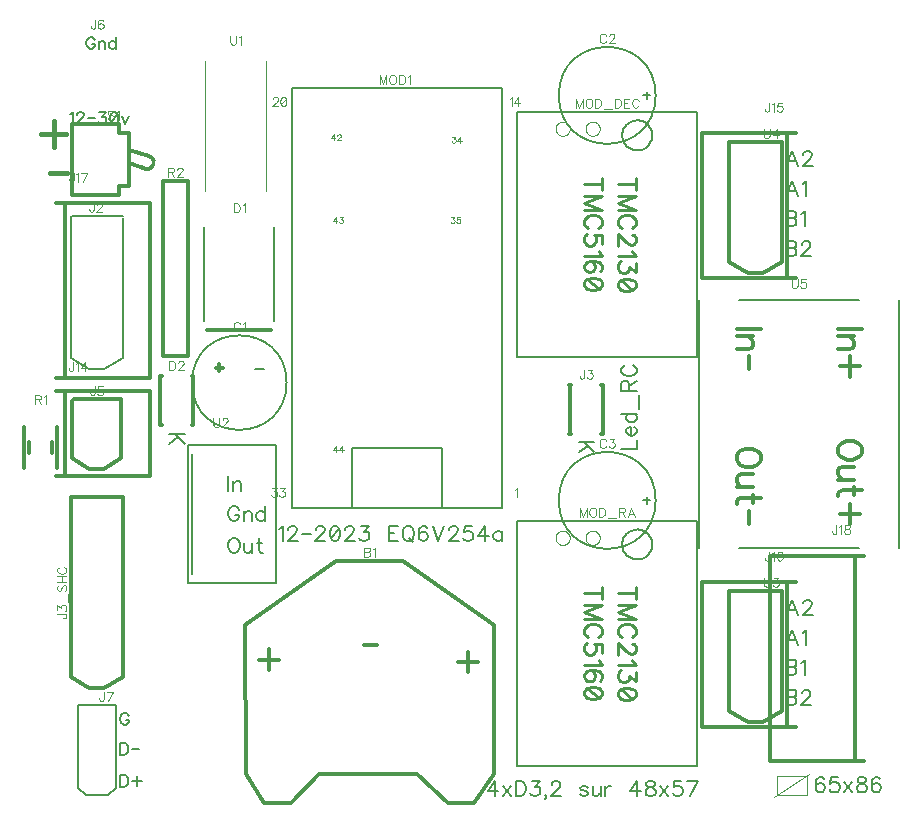
<source format=gbr>
%TF.GenerationSoftware,Novarm,DipTrace,3.3.1.3*%
%TF.CreationDate,2023-12-10T18:24:26+00:00*%
%FSLAX35Y35*%
%MOMM*%
%TF.FileFunction,Legend,Top*%
%TF.Part,Single*%
%ADD10C,0.3*%
%ADD12C,0.0762*%
%ADD24C,0.1*%
%ADD27C,0.2*%
%ADD30C,0.15*%
%ADD45C,0.127*%
%ADD101C,0.11765*%
%ADD102C,0.39216*%
%ADD103C,0.19608*%
%ADD104C,0.31373*%
%ADD105C,0.15686*%
%ADD108C,0.23529*%
G75*
G01*
%LPD*%
X3086057Y285700D2*
D10*
X3083768Y1547729D1*
X3847798Y2095502D1*
X4419620D1*
X5183878Y1547729D1*
Y285700D1*
X5022789Y47752D1*
X4800376D1*
X4533572Y288158D1*
X3705472D1*
X3467042Y47752D1*
X3244858D1*
X3086057Y285700D1*
X2860550Y3700587D2*
Y3760667D1*
X2830550Y3730667D2*
X2890550D1*
X2631750Y3603627D2*
D27*
G02X2631750Y3603627I400000J0D01*
G01*
X6479827Y6067111D2*
D30*
Y6003643D1*
X6511643Y6035377D2*
X6448175D1*
X5736497D2*
D27*
G02X5736497Y6035377I410000J0D01*
G01*
X6479827Y2638111D2*
D30*
Y2574643D1*
X6511643Y2606377D2*
X6448175D1*
X5736497D2*
D27*
G02X5736497Y2606377I410000J0D01*
G01*
X2730156Y4921200D2*
Y4127546D1*
X3326960Y4127352D2*
Y4921394D1*
X2761875Y4048103D2*
D10*
X3301625D1*
X2357125Y3656354D2*
X2373013D1*
X2626987D2*
X2642875D1*
X2626987Y3243681D2*
X2642875D1*
X2357125D2*
X2373013D1*
X2640875Y3649879D2*
Y3250097D1*
X2359125Y3649879D2*
Y3250097D1*
X2047887Y5000619D2*
D27*
Y3809942D1*
X1619267Y5016500D2*
X2047887D1*
X1603383D2*
Y3809942D1*
X1762217Y3714787D2*
X1888961D1*
X2047887Y3810072D2*
X1888961Y3714787D1*
X1603383Y3810072D2*
X1762217Y3714787D1*
X5826125Y3583354D2*
D10*
X5842013D1*
X6095987D2*
X6111875D1*
X6095987Y3170681D2*
X6111875D1*
X5826125D2*
X5842013D1*
X6109875Y3576879D2*
Y3177097D1*
X5828125Y3576879D2*
Y3177097D1*
X2031998Y3460748D2*
Y2984477D1*
X1619248Y3444890D2*
Y2968619D1*
X1762184Y2873412D2*
X1888980D1*
X1635139Y3460748D2*
X2016107D1*
X2031998Y2968619D2*
X1888980Y2873412D1*
X1619248Y2968619D2*
X1762184Y2873412D1*
X1984350Y873123D2*
D27*
Y174598D1*
X1666853Y873123D2*
X1984350D1*
X1666853D2*
Y174598D1*
X1730352Y111123D1*
X1920850D1*
X1984350Y174598D2*
X1920850Y111123D1*
X2272627Y3535046D2*
D10*
X1553634D1*
Y2813970D1*
X2272627D1*
Y3535046D1*
X1553634D2*
X1477588D1*
X1553634Y2813970D2*
X1477588D1*
X6953000Y4485980D2*
X7671992D1*
Y5714934D1*
X6953000D1*
Y4485980D1*
X7671992D2*
X7748038D1*
X7671992Y5714934D2*
X7748038D1*
X6953000Y685980D2*
X7671992D1*
Y1914934D1*
X6953000D1*
Y685980D1*
X7671992D2*
X7748038D1*
X7671992Y1914934D2*
X7748038D1*
X2272623Y5122570D2*
X1553631D1*
Y3639541D1*
X2272623D1*
Y5122570D1*
X1553631D2*
X1477585D1*
X1553631Y3639541D2*
X1477585D1*
X7522250Y401930D2*
X8241242D1*
Y2139086D1*
X7522250D1*
Y401930D1*
X8241242D2*
X8317288D1*
X8241242Y2139086D2*
X8317288D1*
X2047887Y2635250D2*
Y1111246D1*
X1603373Y2635250D2*
X2047887D1*
X1603373D2*
Y1111246D1*
X1762198Y1016037D2*
X1888973D1*
X2047887Y1111246D2*
X1888973Y1016037D1*
X1603373Y1111246D2*
X1762198Y1016037D1*
X5254726Y6096000D2*
D45*
X3476451D1*
Y2539841D1*
X3984470D1*
X4746707D1*
X5254726D1*
Y6096000D1*
X3984470Y2539841D2*
Y3048019D1*
X4746707D1*
Y2539841D1*
X6908497Y3824623D2*
D27*
X5384497D1*
Y5896623D1*
X6908497D1*
Y3824623D1*
X6273446Y5696675D2*
X6273755Y5705535D1*
X6274682Y5714352D1*
X6276222Y5723083D1*
X6278367Y5731685D1*
X6281106Y5740117D1*
X6284428Y5748336D1*
X6288314Y5756305D1*
X6292748Y5763982D1*
X6297706Y5771332D1*
X6303164Y5778318D1*
X6309097Y5784906D1*
X6315475Y5791065D1*
X6322267Y5796763D1*
X6329440Y5801974D1*
X6336959Y5806672D1*
X6344787Y5810834D1*
X6352887Y5814440D1*
X6361218Y5817472D1*
X6369741Y5819916D1*
X6378414Y5821759D1*
X6387193Y5822993D1*
X6396038Y5823612D1*
X6404904D1*
X6413749Y5822993D1*
X6422529Y5821759D1*
X6431201Y5819916D1*
X6439724Y5817472D1*
X6448056Y5814440D1*
X6456156Y5810834D1*
X6463984Y5806672D1*
X6471503Y5801974D1*
X6478676Y5796763D1*
X6485468Y5791065D1*
X6491846Y5784906D1*
X6497778Y5778318D1*
X6503237Y5771332D1*
X6508195Y5763982D1*
X6512628Y5756305D1*
X6516515Y5748336D1*
X6519836Y5740117D1*
X6522576Y5731685D1*
X6524721Y5723083D1*
X6526260Y5714352D1*
X6527187Y5705535D1*
X6527497Y5696675D1*
X6527187Y5687815D1*
X6526260Y5678998D1*
X6524721Y5670268D1*
X6522576Y5661666D1*
X6519836Y5653234D1*
X6516515Y5645014D1*
X6512628Y5637046D1*
X6508195Y5629368D1*
X6503237Y5622019D1*
X6497778Y5615033D1*
X6491846Y5608444D1*
X6485468Y5602286D1*
X6478676Y5596587D1*
X6471503Y5591376D1*
X6463984Y5586678D1*
X6456156Y5582516D1*
X6448056Y5578910D1*
X6439724Y5575878D1*
X6431201Y5573435D1*
X6422529Y5571591D1*
X6413749Y5570358D1*
X6404904Y5569739D1*
X6396038D1*
X6387193Y5570358D1*
X6378414Y5571591D1*
X6369741Y5573435D1*
X6361218Y5575878D1*
X6352887Y5578910D1*
X6344787Y5582516D1*
X6336959Y5586678D1*
X6329440Y5591376D1*
X6322267Y5596587D1*
X6315475Y5602286D1*
X6309097Y5608444D1*
X6303164Y5615033D1*
X6297706Y5622019D1*
X6292748Y5629368D1*
X6288314Y5637046D1*
X6284428Y5645014D1*
X6281106Y5653234D1*
X6278367Y5661666D1*
X6276222Y5670268D1*
X6274682Y5678998D1*
X6273755Y5687815D1*
X6273446Y5696675D1*
X5963007Y5753137D2*
D24*
X5963153Y5757322D1*
X5963591Y5761486D1*
X5964318Y5765609D1*
X5965330Y5769671D1*
X5966624Y5773653D1*
X5968192Y5777535D1*
X5970027Y5781298D1*
X5972120Y5784924D1*
X5974460Y5788395D1*
X5977037Y5791695D1*
X5979838Y5794806D1*
X5982849Y5797714D1*
X5986056Y5800406D1*
X5989442Y5802867D1*
X5992992Y5805085D1*
X5996688Y5807051D1*
X6000512Y5808754D1*
X6004445Y5810186D1*
X6008469Y5811340D1*
X6012563Y5812210D1*
X6016708Y5812793D1*
X6020884Y5813085D1*
X6025069D1*
X6029245Y5812793D1*
X6033390Y5812210D1*
X6037484Y5811340D1*
X6041508Y5810186D1*
X6045441Y5808754D1*
X6049265Y5807051D1*
X6052961Y5805085D1*
X6056511Y5802867D1*
X6059897Y5800406D1*
X6063104Y5797714D1*
X6066115Y5794806D1*
X6068916Y5791695D1*
X6071493Y5788395D1*
X6073833Y5784924D1*
X6075926Y5781298D1*
X6077761Y5777535D1*
X6079329Y5773653D1*
X6080623Y5769671D1*
X6081635Y5765609D1*
X6082362Y5761486D1*
X6082800Y5757322D1*
X6082946Y5753137D1*
X6082800Y5748953D1*
X6082362Y5744789D1*
X6081635Y5740666D1*
X6080623Y5736603D1*
X6079329Y5732621D1*
X6077761Y5728739D1*
X6075926Y5724976D1*
X6073833Y5721350D1*
X6071493Y5717879D1*
X6068916Y5714580D1*
X6066115Y5711469D1*
X6063104Y5708560D1*
X6059897Y5705869D1*
X6056511Y5703408D1*
X6052961Y5701189D1*
X6049265Y5699224D1*
X6045441Y5697521D1*
X6041508Y5696089D1*
X6037484Y5694935D1*
X6033390Y5694064D1*
X6029245Y5693482D1*
X6025069Y5693189D1*
X6020884D1*
X6016708Y5693482D1*
X6012563Y5694064D1*
X6008469Y5694935D1*
X6004445Y5696089D1*
X6000512Y5697521D1*
X5996688Y5699224D1*
X5992992Y5701189D1*
X5989442Y5703408D1*
X5986056Y5705869D1*
X5982849Y5708560D1*
X5979838Y5711469D1*
X5977037Y5714580D1*
X5974460Y5717879D1*
X5972120Y5721350D1*
X5970027Y5724976D1*
X5968192Y5728739D1*
X5966624Y5732621D1*
X5965330Y5736603D1*
X5964318Y5740666D1*
X5963591Y5744789D1*
X5963153Y5748953D1*
X5963007Y5753137D1*
X5708956D2*
X5709103Y5757322D1*
X5709541Y5761486D1*
X5710268Y5765609D1*
X5711282Y5769671D1*
X5712577Y5773653D1*
X5714147Y5777535D1*
X5715985Y5781298D1*
X5718080Y5784924D1*
X5720424Y5788395D1*
X5723004Y5791695D1*
X5725809Y5794806D1*
X5728824Y5797714D1*
X5732034Y5800406D1*
X5735425Y5802867D1*
X5738979Y5805085D1*
X5742680Y5807051D1*
X5746508Y5808754D1*
X5750447Y5810186D1*
X5754476Y5811340D1*
X5758575Y5812210D1*
X5762725Y5812793D1*
X5766906Y5813085D1*
X5771097D1*
X5775278Y5812793D1*
X5779429Y5812210D1*
X5783528Y5811340D1*
X5787557Y5810186D1*
X5791495Y5808754D1*
X5795324Y5807051D1*
X5799025Y5805085D1*
X5802579Y5802867D1*
X5805970Y5800406D1*
X5809180Y5797714D1*
X5812195Y5794806D1*
X5814999Y5791695D1*
X5817580Y5788395D1*
X5819923Y5784924D1*
X5822019Y5781298D1*
X5823856Y5777535D1*
X5825426Y5773653D1*
X5826721Y5769671D1*
X5827735Y5765609D1*
X5828463Y5761486D1*
X5828901Y5757322D1*
X5829047Y5753137D1*
X5828901Y5748953D1*
X5828463Y5744789D1*
X5827735Y5740666D1*
X5826721Y5736603D1*
X5825426Y5732621D1*
X5823856Y5728739D1*
X5822019Y5724976D1*
X5819923Y5721350D1*
X5817580Y5717879D1*
X5814999Y5714580D1*
X5812195Y5711469D1*
X5809180Y5708560D1*
X5805970Y5705869D1*
X5802579Y5703408D1*
X5799025Y5701189D1*
X5795324Y5699224D1*
X5791495Y5697521D1*
X5787557Y5696089D1*
X5783528Y5694935D1*
X5779429Y5694064D1*
X5775278Y5693482D1*
X5771097Y5693189D1*
X5766906D1*
X5762725Y5693482D1*
X5758575Y5694064D1*
X5754476Y5694935D1*
X5750447Y5696089D1*
X5746508Y5697521D1*
X5742680Y5699224D1*
X5738979Y5701189D1*
X5735425Y5703408D1*
X5732034Y5705869D1*
X5728824Y5708560D1*
X5725809Y5711469D1*
X5723004Y5714580D1*
X5720424Y5717879D1*
X5718080Y5721350D1*
X5715985Y5724976D1*
X5714147Y5728739D1*
X5712577Y5732621D1*
X5711282Y5736603D1*
X5710268Y5740666D1*
X5709541Y5744789D1*
X5709103Y5748953D1*
X5708956Y5753137D1*
X6908500Y361000D2*
D27*
X5384500D1*
Y2433000D1*
X6908500D1*
Y361000D1*
X6273449Y2233052D2*
X6273759Y2241912D1*
X6274685Y2250729D1*
X6276225Y2259460D1*
X6278370Y2268062D1*
X6281110Y2276493D1*
X6284431Y2284713D1*
X6288318Y2292681D1*
X6292751Y2300359D1*
X6297709Y2307709D1*
X6303167Y2314695D1*
X6309100Y2321283D1*
X6315478Y2327441D1*
X6322270Y2333140D1*
X6329443Y2338351D1*
X6336962Y2343049D1*
X6344790Y2347211D1*
X6352890Y2350817D1*
X6361222Y2353849D1*
X6369744Y2356293D1*
X6378417Y2358136D1*
X6387197Y2359370D1*
X6396041Y2359988D1*
X6404908D1*
X6413752Y2359370D1*
X6422532Y2358136D1*
X6431205Y2356293D1*
X6439728Y2353849D1*
X6448059Y2350817D1*
X6456159Y2347211D1*
X6463987Y2343049D1*
X6471506Y2338351D1*
X6478679Y2333140D1*
X6485471Y2327441D1*
X6491849Y2321283D1*
X6497782Y2314695D1*
X6503240Y2307709D1*
X6508198Y2300359D1*
X6512631Y2292681D1*
X6516518Y2284713D1*
X6519839Y2276493D1*
X6522579Y2268062D1*
X6524724Y2259460D1*
X6526264Y2250729D1*
X6527191Y2241912D1*
X6527500Y2233052D1*
X6527191Y2224192D1*
X6526264Y2215375D1*
X6524724Y2206644D1*
X6522579Y2198042D1*
X6519839Y2189611D1*
X6516518Y2181391D1*
X6512631Y2173423D1*
X6508198Y2165745D1*
X6503240Y2158395D1*
X6497782Y2151409D1*
X6491849Y2144821D1*
X6485471Y2138663D1*
X6478679Y2132964D1*
X6471506Y2127753D1*
X6463987Y2123055D1*
X6456159Y2118893D1*
X6448059Y2115287D1*
X6439728Y2112255D1*
X6431205Y2109811D1*
X6422532Y2107968D1*
X6413752Y2106734D1*
X6404908Y2106116D1*
X6396041D1*
X6387197Y2106734D1*
X6378417Y2107968D1*
X6369744Y2109811D1*
X6361222Y2112255D1*
X6352890Y2115287D1*
X6344790Y2118893D1*
X6336962Y2123055D1*
X6329443Y2127753D1*
X6322270Y2132964D1*
X6315478Y2138663D1*
X6309100Y2144821D1*
X6303167Y2151409D1*
X6297709Y2158395D1*
X6292751Y2165745D1*
X6288318Y2173423D1*
X6284431Y2181391D1*
X6281110Y2189611D1*
X6278370Y2198042D1*
X6276225Y2206644D1*
X6274685Y2215375D1*
X6273759Y2224192D1*
X6273449Y2233052D1*
X5963010Y2289514D2*
D24*
X5963156Y2293698D1*
X5963594Y2297862D1*
X5964321Y2301985D1*
X5965334Y2306048D1*
X5966627Y2310030D1*
X5968195Y2313912D1*
X5970030Y2317675D1*
X5972123Y2321301D1*
X5974464Y2324772D1*
X5977041Y2328071D1*
X5979841Y2331183D1*
X5982852Y2334091D1*
X5986059Y2336782D1*
X5989445Y2339243D1*
X5992995Y2341462D1*
X5996691Y2343428D1*
X6000515Y2345131D1*
X6004448Y2346563D1*
X6008472Y2347717D1*
X6012566Y2348587D1*
X6016711Y2349170D1*
X6020887Y2349462D1*
X6025073D1*
X6029248Y2349170D1*
X6033393Y2348587D1*
X6037488Y2347717D1*
X6041511Y2346563D1*
X6045445Y2345131D1*
X6049269Y2343428D1*
X6052964Y2341462D1*
X6056514Y2339243D1*
X6059901Y2336782D1*
X6063107Y2334091D1*
X6066118Y2331183D1*
X6068919Y2328071D1*
X6071496Y2324772D1*
X6073837Y2321301D1*
X6075930Y2317675D1*
X6077765Y2313912D1*
X6079333Y2310030D1*
X6080626Y2306048D1*
X6081639Y2301985D1*
X6082366Y2297862D1*
X6082803Y2293698D1*
X6082949Y2289514D1*
X6082803Y2285330D1*
X6082366Y2281166D1*
X6081639Y2277043D1*
X6080626Y2272980D1*
X6079333Y2268998D1*
X6077765Y2265116D1*
X6075930Y2261353D1*
X6073837Y2257727D1*
X6071496Y2254256D1*
X6068919Y2250957D1*
X6066118Y2247845D1*
X6063107Y2244937D1*
X6059901Y2242246D1*
X6056514Y2239785D1*
X6052964Y2237566D1*
X6049269Y2235600D1*
X6045445Y2233897D1*
X6041511Y2232465D1*
X6037488Y2231311D1*
X6033393Y2230441D1*
X6029248Y2229858D1*
X6025073Y2229566D1*
X6020887D1*
X6016711Y2229858D1*
X6012566Y2230441D1*
X6008472Y2231311D1*
X6004448Y2232465D1*
X6000515Y2233897D1*
X5996691Y2235600D1*
X5992995Y2237566D1*
X5989445Y2239785D1*
X5986059Y2242246D1*
X5982852Y2244937D1*
X5979841Y2247845D1*
X5977041Y2250957D1*
X5974464Y2254256D1*
X5972123Y2257727D1*
X5970030Y2261353D1*
X5968195Y2265116D1*
X5966627Y2268998D1*
X5965334Y2272980D1*
X5964321Y2277043D1*
X5963594Y2281166D1*
X5963156Y2285330D1*
X5963010Y2289514D1*
X5708960D2*
X5709106Y2293698D1*
X5709544Y2297862D1*
X5710272Y2301985D1*
X5711286Y2306048D1*
X5712581Y2310030D1*
X5714151Y2313912D1*
X5715988Y2317675D1*
X5718084Y2321301D1*
X5720427Y2324772D1*
X5723008Y2328071D1*
X5725812Y2331183D1*
X5728827Y2334091D1*
X5732037Y2336782D1*
X5735428Y2339243D1*
X5738982Y2341462D1*
X5742683Y2343428D1*
X5746512Y2345131D1*
X5750450Y2346563D1*
X5754479Y2347717D1*
X5758578Y2348587D1*
X5762729Y2349170D1*
X5766910Y2349462D1*
X5771101D1*
X5775282Y2349170D1*
X5779432Y2348587D1*
X5783532Y2347717D1*
X5787560Y2346563D1*
X5791499Y2345131D1*
X5795327Y2343428D1*
X5799028Y2341462D1*
X5802582Y2339243D1*
X5805973Y2336782D1*
X5809184Y2334091D1*
X5812198Y2331183D1*
X5815003Y2328071D1*
X5817583Y2324772D1*
X5819927Y2321301D1*
X5822022Y2317675D1*
X5823860Y2313912D1*
X5825430Y2310030D1*
X5826725Y2306048D1*
X5827739Y2301985D1*
X5828466Y2297862D1*
X5828905Y2293698D1*
X5829051Y2289514D1*
X5828905Y2285330D1*
X5828466Y2281166D1*
X5827739Y2277043D1*
X5826725Y2272980D1*
X5825430Y2268998D1*
X5823860Y2265116D1*
X5822022Y2261353D1*
X5819927Y2257727D1*
X5817583Y2254256D1*
X5815003Y2250957D1*
X5812198Y2247845D1*
X5809184Y2244937D1*
X5805973Y2242246D1*
X5802582Y2239785D1*
X5799028Y2237566D1*
X5795327Y2235600D1*
X5791499Y2233897D1*
X5787560Y2232465D1*
X5783532Y2231311D1*
X5779432Y2230441D1*
X5775282Y2229858D1*
X5771101Y2229566D1*
X5766910D1*
X5762729Y2229858D1*
X5758578Y2230441D1*
X5754479Y2231311D1*
X5750450Y2232465D1*
X5746512Y2233897D1*
X5742683Y2235600D1*
X5738982Y2237566D1*
X5735428Y2239785D1*
X5732037Y2242246D1*
X5728827Y2244937D1*
X5725812Y2247845D1*
X5723008Y2250957D1*
X5720427Y2254256D1*
X5718084Y2257727D1*
X5715988Y2261353D1*
X5714151Y2265116D1*
X5712581Y2268998D1*
X5711286Y2272980D1*
X5710272Y2277043D1*
X5709544Y2281166D1*
X5709106Y2285330D1*
X5708960Y2289514D1*
X1206502Y2880510D2*
D10*
Y3229744D1*
X1492252Y2880510D2*
Y3229744D1*
X1254136Y3007516D2*
Y3102737D1*
X1444617Y3007516D2*
Y3102737D1*
X2597373Y5312000D2*
X2387373D1*
Y3832000D1*
X2597373D1*
Y5312000D1*
X1619296Y5191098D2*
Y5794375D1*
X2000486D1*
X2016375Y5730850D2*
Y5794375D1*
Y5270490D2*
X2016168Y5191098D1*
X2016375D2*
X1619296D1*
X2016375Y5270490D2*
X2095887D1*
Y5714984D1*
X2016375Y5714923D1*
X2095955Y5461004D2*
X2238816Y5413345D1*
X2095474Y5572128D2*
X2270593Y5524469D1*
X2238816D2*
G02X2207038Y5429272I10768J-56497D01*
G01*
X2740373Y6329800D2*
D24*
Y5229740D1*
X3260373D2*
Y6329800D1*
X2594021Y3077437D2*
D27*
X3344000D1*
Y1907317D1*
X2594021D1*
Y3077437D1*
X2635243Y1984317D2*
Y3000437D1*
X7622258Y1839750D2*
D10*
Y823768D1*
X7177755Y1839750D2*
Y823768D1*
X7336588Y728537D2*
X7463353D1*
X7177755Y1839750D2*
X7622258D1*
Y823768D2*
X7463353Y728537D1*
X7177755Y823768D2*
X7336588Y728537D1*
X7622258Y5639750D2*
Y4623768D1*
X7177755Y5639750D2*
Y4623768D1*
X7336588Y4528537D2*
X7463353D1*
X7177755Y5639750D2*
X7622258D1*
Y4623768D2*
X7463353Y4528537D1*
X7177755Y4623768D2*
X7336588Y4528537D1*
X8620000Y4299888D2*
D27*
Y2200112D1*
X6920000Y4299888D2*
Y2200112D1*
X8277960Y4299888D2*
X7262040D1*
X8277960Y2200112D2*
X7262040D1*
X7588250Y269877D2*
D24*
X7842253D1*
Y111127D1*
X7588250D1*
Y269877D1*
X7556500Y95250D2*
X7858123Y285750D1*
X4087398Y2207094D2*
D101*
Y2130528D1*
X4120248D1*
X4131198Y2134234D1*
X4134820Y2137856D1*
X4138442Y2145100D1*
Y2156050D1*
X4134820Y2163378D1*
X4131198Y2167000D1*
X4120248Y2170622D1*
X4131198Y2174328D1*
X4134820Y2177950D1*
X4138442Y2185194D1*
Y2192522D1*
X4134820Y2199766D1*
X4131198Y2203472D1*
X4120248Y2207094D1*
X4087398D1*
Y2170622D2*
X4120248D1*
X4161971Y2192437D2*
X4169299Y2196144D1*
X4180249Y2207009D1*
Y2130528D1*
X3038179Y4097025D2*
X3034557Y4104269D1*
X3027229Y4111597D1*
X3019985Y4115219D1*
X3005413D1*
X2998085Y4111597D1*
X2990841Y4104269D1*
X2987135Y4097025D1*
X2983513Y4086075D1*
Y4067797D1*
X2987135Y4056931D1*
X2990841Y4049603D1*
X2998085Y4042359D1*
X3005413Y4038653D1*
X3019985D1*
X3027229Y4042359D1*
X3034557Y4049603D1*
X3038179Y4056931D1*
X3061709Y4100562D2*
X3069037Y4104269D1*
X3079987Y4115134D1*
Y4038653D1*
X6136543Y6538775D2*
X6132921Y6546019D1*
X6125593Y6553347D1*
X6118349Y6556969D1*
X6103777D1*
X6096449Y6553347D1*
X6089205Y6546019D1*
X6085499Y6538775D1*
X6081877Y6527825D1*
Y6509547D1*
X6085499Y6498681D1*
X6089205Y6491353D1*
X6096449Y6484109D1*
X6103777Y6480403D1*
X6118349D1*
X6125593Y6484109D1*
X6132921Y6491353D1*
X6136543Y6498681D1*
X6163778Y6538691D2*
Y6542312D1*
X6167400Y6549641D1*
X6171022Y6553262D1*
X6178350Y6556884D1*
X6192922D1*
X6200166Y6553262D1*
X6203788Y6549641D1*
X6207494Y6542312D1*
Y6535069D1*
X6203788Y6527741D1*
X6196544Y6516875D1*
X6160072Y6480403D1*
X6211116D1*
X6136543Y3109775D2*
X6132921Y3117019D1*
X6125593Y3124347D1*
X6118349Y3127969D1*
X6103777D1*
X6096449Y3124347D1*
X6089205Y3117019D1*
X6085499Y3109775D1*
X6081877Y3098825D1*
Y3080547D1*
X6085499Y3069681D1*
X6089205Y3062353D1*
X6096449Y3055109D1*
X6103777Y3051403D1*
X6118349D1*
X6125593Y3055109D1*
X6132921Y3062353D1*
X6136543Y3069681D1*
X6167400Y3127884D2*
X6207410D1*
X6185594Y3098741D1*
X6196544D1*
X6203788Y3095119D1*
X6207410Y3091497D1*
X6211116Y3080547D1*
Y3073303D1*
X6207410Y3062353D1*
X6200166Y3055025D1*
X6189216Y3051403D1*
X6178266D1*
X6167400Y3055025D1*
X6163778Y3058731D1*
X6160072Y3065975D1*
X2985324Y5120965D2*
Y5044400D1*
X3010846D1*
X3021796Y5048106D1*
X3029124Y5055350D1*
X3032746Y5062678D1*
X3036368Y5073543D1*
Y5091821D1*
X3032746Y5102771D1*
X3029124Y5110015D1*
X3021796Y5117343D1*
X3010846Y5120965D1*
X2985324D1*
X3059898Y5106309D2*
X3067226Y5110015D1*
X3078176Y5120881D1*
Y5044400D1*
X2437191Y3786592D2*
Y3710026D1*
X2462713D1*
X2473663Y3713732D1*
X2480991Y3720976D1*
X2484613Y3728304D1*
X2488235Y3739170D1*
Y3757448D1*
X2484613Y3768398D1*
X2480991Y3775642D1*
X2473663Y3782970D1*
X2462713Y3786592D1*
X2437191D1*
X2515471Y3768314D2*
Y3771936D1*
X2519093Y3779264D1*
X2522715Y3782886D1*
X2530043Y3786508D1*
X2544615D1*
X2551859Y3782886D1*
X2555480Y3779264D1*
X2559187Y3771936D1*
Y3764692D1*
X2555480Y3757364D1*
X2548237Y3746498D1*
X2511765Y3710026D1*
X2562809D1*
X1798643Y5128092D2*
Y5069804D1*
X1795021Y5058854D1*
X1791315Y5055232D1*
X1784071Y5051526D1*
X1776743D1*
X1769499Y5055232D1*
X1765877Y5058854D1*
X1762171Y5069804D1*
Y5077048D1*
X1825878Y5109814D2*
Y5113436D1*
X1829500Y5120764D1*
X1833122Y5124386D1*
X1840450Y5128008D1*
X1855022D1*
X1862266Y5124386D1*
X1865888Y5120764D1*
X1869594Y5113436D1*
Y5106192D1*
X1865888Y5098864D1*
X1858644Y5087998D1*
X1822172Y5051526D1*
X1873216D1*
X5949949Y3713592D2*
Y3655304D1*
X5946327Y3644354D1*
X5942621Y3640732D1*
X5935377Y3637026D1*
X5928049D1*
X5920805Y3640732D1*
X5917184Y3644354D1*
X5913477Y3655304D1*
Y3662548D1*
X5980807Y3713508D2*
X6020816D1*
X5999001Y3684364D1*
X6009951D1*
X6017195Y3680742D1*
X6020816Y3677120D1*
X6024523Y3666170D1*
Y3658926D1*
X6020816Y3647976D1*
X6013573Y3640648D1*
X6002623Y3637026D1*
X5991673D1*
X5980807Y3640648D1*
X5977185Y3644354D1*
X5973479Y3651598D1*
X1806573Y3572340D2*
Y3514053D1*
X1802951Y3503103D1*
X1799245Y3499481D1*
X1792001Y3495775D1*
X1784673D1*
X1777429Y3499481D1*
X1773807Y3503103D1*
X1770101Y3514053D1*
Y3521296D1*
X1873818Y3572256D2*
X1837430D1*
X1833808Y3539490D1*
X1837430Y3543112D1*
X1848380Y3546818D1*
X1859246D1*
X1870196Y3543112D1*
X1877524Y3535868D1*
X1881146Y3524918D1*
Y3517675D1*
X1877524Y3506725D1*
X1870196Y3499396D1*
X1859246Y3495775D1*
X1848380D1*
X1837430Y3499396D1*
X1833808Y3503103D1*
X1830102Y3510346D1*
X1812239Y6675670D2*
Y6617383D1*
X1808617Y6606433D1*
X1804911Y6602811D1*
X1797667Y6599105D1*
X1790339D1*
X1783095Y6602811D1*
X1779473Y6606433D1*
X1775767Y6617383D1*
Y6624626D1*
X1879484Y6664720D2*
X1875862Y6671964D1*
X1864912Y6675586D1*
X1857668D1*
X1846718Y6671964D1*
X1839390Y6661014D1*
X1835768Y6642820D1*
Y6624626D1*
X1839390Y6610055D1*
X1846718Y6602726D1*
X1857668Y6599105D1*
X1861290D1*
X1872156Y6602726D1*
X1879484Y6610055D1*
X1883106Y6621005D1*
Y6624626D1*
X1879484Y6635576D1*
X1872156Y6642820D1*
X1861290Y6646442D1*
X1857668D1*
X1846718Y6642820D1*
X1839390Y6635576D1*
X1835768Y6624626D1*
X1884063Y984715D2*
Y926428D1*
X1880441Y915478D1*
X1876735Y911856D1*
X1869491Y908150D1*
X1862163D1*
X1854919Y911856D1*
X1851297Y915478D1*
X1847591Y926428D1*
Y933671D1*
X1922164Y908150D2*
X1958636Y984631D1*
X1907592D1*
X1626361Y3778592D2*
Y3720304D1*
X1622739Y3709354D1*
X1619033Y3705732D1*
X1611789Y3702026D1*
X1604461D1*
X1597217Y3705732D1*
X1593596Y3709354D1*
X1589889Y3720304D1*
Y3727548D1*
X1649891Y3763936D2*
X1657219Y3767642D1*
X1668169Y3778508D1*
Y3702026D1*
X1728170D2*
Y3778508D1*
X1691698Y3727548D1*
X1746364D1*
X7517546Y5973592D2*
Y5915304D1*
X7513924Y5904354D1*
X7510218Y5900732D1*
X7502974Y5897026D1*
X7495646D1*
X7488402Y5900732D1*
X7484780Y5904354D1*
X7481074Y5915304D1*
Y5922548D1*
X7541075Y5958936D2*
X7548403Y5962642D1*
X7559353Y5973508D1*
Y5897026D1*
X7626598Y5973508D2*
X7590211D1*
X7586589Y5940742D1*
X7590211Y5944364D1*
X7601161Y5948070D1*
X7612026D1*
X7622976Y5944364D1*
X7630304Y5937120D1*
X7633926Y5926170D1*
Y5918926D1*
X7630304Y5907976D1*
X7622976Y5900648D1*
X7612026Y5897026D1*
X7601161D1*
X7590211Y5900648D1*
X7586589Y5904354D1*
X7582882Y5911598D1*
X7519399Y2173592D2*
Y2115304D1*
X7515777Y2104354D1*
X7512071Y2100732D1*
X7504827Y2097026D1*
X7497499D1*
X7490255Y2100732D1*
X7486633Y2104354D1*
X7482927Y2115304D1*
Y2122548D1*
X7542928Y2158936D2*
X7550256Y2162642D1*
X7561206Y2173508D1*
Y2097026D1*
X7628451Y2162642D2*
X7624829Y2169886D1*
X7613879Y2173508D1*
X7606636D1*
X7595686Y2169886D1*
X7588357Y2158936D1*
X7584736Y2140742D1*
Y2122548D1*
X7588357Y2107976D1*
X7595686Y2100648D1*
X7606636Y2097026D1*
X7610257D1*
X7621123Y2100648D1*
X7628451Y2107976D1*
X7632073Y2118926D1*
Y2122548D1*
X7628451Y2133498D1*
X7621123Y2140742D1*
X7610257Y2144364D1*
X7606636D1*
X7595686Y2140742D1*
X7588357Y2133498D1*
X7584736Y2122548D1*
X1628169Y5382092D2*
Y5323804D1*
X1624547Y5312854D1*
X1620841Y5309232D1*
X1613597Y5305526D1*
X1606269D1*
X1599025Y5309232D1*
X1595403Y5312854D1*
X1591697Y5323804D1*
Y5331048D1*
X1651698Y5367436D2*
X1659026Y5371142D1*
X1669976Y5382008D1*
Y5305526D1*
X1708078D2*
X1744550Y5382008D1*
X1693506D1*
X8086838Y2397592D2*
Y2339304D1*
X8083216Y2328354D1*
X8079510Y2324732D1*
X8072266Y2321026D1*
X8064938D1*
X8057694Y2324732D1*
X8054072Y2328354D1*
X8050366Y2339304D1*
Y2346548D1*
X8110367Y2382936D2*
X8117695Y2386642D1*
X8128645Y2397508D1*
Y2321026D1*
X8170368Y2397508D2*
X8159503Y2393886D1*
X8155797Y2386642D1*
Y2379314D1*
X8159503Y2372070D1*
X8166747Y2368364D1*
X8181318Y2364742D1*
X8192268Y2361120D1*
X8199512Y2353792D1*
X8203134Y2346548D1*
Y2335598D1*
X8199512Y2328354D1*
X8195890Y2324648D1*
X8184940Y2321026D1*
X8170368D1*
X8159503Y2324648D1*
X8155797Y2328354D1*
X8152175Y2335598D1*
Y2346548D1*
X8155797Y2353792D1*
X8163125Y2361120D1*
X8173990Y2364742D1*
X8188562Y2368364D1*
X8195890Y2372070D1*
X8199512Y2379314D1*
Y2386642D1*
X8195890Y2393886D1*
X8184940Y2397508D1*
X8170368D1*
X1491781Y1646539D2*
X1550069Y1646538D1*
X1561019Y1642917D1*
X1564641Y1639210D1*
X1568347Y1631967D1*
Y1624639D1*
X1564641Y1617395D1*
X1561019Y1613773D1*
X1550069Y1610067D1*
X1542825D1*
X1491866Y1677396D2*
Y1717406D1*
X1521010Y1695590D1*
Y1706540D1*
X1524632Y1713784D1*
X1528253Y1717405D1*
X1539203Y1721112D1*
X1546447D1*
X1557397Y1717405D1*
X1564725Y1710162D1*
X1568347Y1699212D1*
Y1688262D1*
X1564725Y1677396D1*
X1561019Y1673774D1*
X1553775Y1670068D1*
X1580982Y1744641D2*
Y1813879D1*
X1502731Y1888452D2*
X1495403Y1881208D1*
X1491781Y1870258D1*
Y1855686D1*
X1495403Y1844736D1*
X1502731Y1837408D1*
X1509975D1*
X1517303Y1841114D1*
X1520925Y1844736D1*
X1524547Y1851980D1*
X1531875Y1873880D1*
X1535497Y1881208D1*
X1539203Y1884830D1*
X1546447Y1888452D1*
X1557397D1*
X1564641Y1881208D1*
X1568347Y1870258D1*
Y1855686D1*
X1564641Y1844736D1*
X1557397Y1837408D1*
X1491781Y1911981D2*
X1568347D1*
X1491781Y1963025D2*
X1568347D1*
X1528253Y1911981D2*
Y1963025D1*
X1509975Y2041220D2*
X1502731Y2037598D1*
X1495403Y2030270D1*
X1491781Y2023026D1*
Y2008455D1*
X1495403Y2001126D1*
X1502731Y1993883D1*
X1509975Y1990176D1*
X1520925Y1986555D1*
X1539203D1*
X1550069Y1990176D1*
X1557397Y1993883D1*
X1564641Y2001126D1*
X1568347Y2008455D1*
Y2023026D1*
X1564641Y2030270D1*
X1557397Y2037598D1*
X1550069Y2041220D1*
X4277685Y6131026D2*
Y6207592D1*
X4248541Y6131026D1*
X4219397Y6207592D1*
Y6131026D1*
X4323114Y6207592D2*
X4315786Y6203970D1*
X4308542Y6196642D1*
X4304836Y6189398D1*
X4301214Y6178448D1*
Y6160170D1*
X4304836Y6149304D1*
X4308542Y6141976D1*
X4315786Y6134732D1*
X4323114Y6131026D1*
X4337686D1*
X4344930Y6134732D1*
X4352258Y6141976D1*
X4355880Y6149304D1*
X4359502Y6160170D1*
Y6178448D1*
X4355880Y6189398D1*
X4352258Y6196642D1*
X4344930Y6203970D1*
X4337686Y6207592D1*
X4323114D1*
X4383031D2*
Y6131026D1*
X4408553D1*
X4419503Y6134732D1*
X4426831Y6141976D1*
X4430453Y6149304D1*
X4434075Y6160170D1*
Y6178448D1*
X4430453Y6189398D1*
X4426831Y6196642D1*
X4419503Y6203970D1*
X4408553Y6207592D1*
X4383031D1*
X4457605Y6192936D2*
X4464933Y6196642D1*
X4475883Y6207508D1*
Y6131026D1*
X5939244Y5931650D2*
Y6008215D1*
X5910100Y5931650D1*
X5880956Y6008215D1*
Y5931650D1*
X5984673Y6008215D2*
X5977345Y6004593D1*
X5970101Y5997265D1*
X5966395Y5990021D1*
X5962773Y5979071D1*
Y5960793D1*
X5966395Y5949928D1*
X5970101Y5942600D1*
X5977345Y5935356D1*
X5984673Y5931650D1*
X5999245D1*
X6006489Y5935356D1*
X6013817Y5942600D1*
X6017439Y5949928D1*
X6021061Y5960793D1*
Y5979071D1*
X6017439Y5990021D1*
X6013817Y5997265D1*
X6006489Y6004593D1*
X5999245Y6008215D1*
X5984673D1*
X6044591D2*
Y5931650D1*
X6070112D1*
X6081062Y5935356D1*
X6088391Y5942600D1*
X6092012Y5949928D1*
X6095634Y5960793D1*
Y5979071D1*
X6092012Y5990021D1*
X6088391Y5997265D1*
X6081062Y6004593D1*
X6070112Y6008215D1*
X6044591D1*
X6119164Y5919015D2*
X6188401D1*
X6211931Y6008215D2*
Y5931650D1*
X6237453D1*
X6248403Y5935356D1*
X6255731Y5942600D1*
X6259353Y5949928D1*
X6262975Y5960793D1*
Y5979071D1*
X6259353Y5990021D1*
X6255731Y5997265D1*
X6248403Y6004593D1*
X6237453Y6008215D1*
X6211931D1*
X6333842D2*
X6286504D1*
Y5931650D1*
X6333842D1*
X6286504Y5971743D2*
X6315648D1*
X6412037Y5990021D2*
X6408415Y5997265D1*
X6401087Y6004593D1*
X6393843Y6008215D1*
X6379271D1*
X6371943Y6004593D1*
X6364699Y5997265D1*
X6360993Y5990021D1*
X6357371Y5979071D1*
Y5960793D1*
X6360993Y5949928D1*
X6364699Y5942600D1*
X6371943Y5935356D1*
X6379271Y5931650D1*
X6393843D1*
X6401087Y5935356D1*
X6408415Y5942600D1*
X6412037Y5949928D1*
X5972828Y2468026D2*
Y2544592D1*
X5943684Y2468026D1*
X5914540Y2544592D1*
Y2468026D1*
X6018257Y2544592D2*
X6010929Y2540970D1*
X6003685Y2533642D1*
X5999979Y2526398D1*
X5996357Y2515448D1*
Y2497170D1*
X5999979Y2486304D1*
X6003685Y2478976D1*
X6010929Y2471732D1*
X6018257Y2468026D1*
X6032829D1*
X6040073Y2471732D1*
X6047401Y2478976D1*
X6051023Y2486304D1*
X6054645Y2497170D1*
Y2515448D1*
X6051023Y2526398D1*
X6047401Y2533642D1*
X6040073Y2540970D1*
X6032829Y2544592D1*
X6018257D1*
X6078174D2*
Y2468026D1*
X6103696D1*
X6114646Y2471732D1*
X6121974Y2478976D1*
X6125596Y2486304D1*
X6129218Y2497170D1*
Y2515448D1*
X6125596Y2526398D1*
X6121974Y2533642D1*
X6114646Y2540970D1*
X6103696Y2544592D1*
X6078174D1*
X6152748Y2455392D2*
X6221985D1*
X6245515Y2508120D2*
X6278280D1*
X6289230Y2511826D1*
X6292937Y2515448D1*
X6296559Y2522692D1*
Y2530020D1*
X6292937Y2537264D1*
X6289230Y2540970D1*
X6278280Y2544592D1*
X6245515D1*
Y2468026D1*
X6271037Y2508120D2*
X6296559Y2468026D1*
X6378460D2*
X6349232Y2544592D1*
X6320088Y2468026D1*
X6331038Y2493548D2*
X6367510D1*
X1302951Y3461337D2*
X1335717D1*
X1346667Y3465043D1*
X1350373Y3468665D1*
X1353995Y3475909D1*
Y3483237D1*
X1350373Y3490481D1*
X1346667Y3494187D1*
X1335717Y3497809D1*
X1302951D1*
Y3421243D1*
X1328473Y3461337D2*
X1353995Y3421243D1*
X1377524Y3483152D2*
X1384852Y3486859D1*
X1395802Y3497724D1*
Y3421243D1*
X2429565Y5387120D2*
X2462331D1*
X2473281Y5390826D1*
X2476987Y5394448D1*
X2480609Y5401692D1*
Y5409020D1*
X2476987Y5416264D1*
X2473281Y5419970D1*
X2462331Y5423592D1*
X2429565D1*
Y5347026D1*
X2455087Y5387120D2*
X2480609Y5347026D1*
X2507844Y5405314D2*
Y5408936D1*
X2511466Y5416264D1*
X2515088Y5419886D1*
X2522416Y5423508D1*
X2536988D1*
X2544232Y5419886D1*
X2547854Y5416264D1*
X2551560Y5408936D1*
Y5401692D1*
X2547854Y5394364D1*
X2540610Y5383498D1*
X2504138Y5347026D1*
X2555182D1*
X1967815Y5895017D2*
X1960571Y5902345D1*
X1949621Y5905967D1*
X1935049D1*
X1924099Y5902345D1*
X1916771Y5895017D1*
Y5887773D1*
X1920477Y5880445D1*
X1924099Y5876823D1*
X1931343Y5873201D1*
X1953243Y5865873D1*
X1960571Y5862251D1*
X1964193Y5858545D1*
X1967815Y5851301D1*
Y5840351D1*
X1960571Y5833107D1*
X1949621Y5829401D1*
X1935049D1*
X1924099Y5833107D1*
X1916771Y5840351D1*
X1991344Y5891311D2*
X1998672Y5895017D1*
X2009622Y5905883D1*
Y5829401D1*
X2953948Y6541362D2*
Y6486696D1*
X2957570Y6475746D1*
X2964898Y6468502D1*
X2975848Y6464796D1*
X2983092D1*
X2994042Y6468502D1*
X3001370Y6475746D1*
X3004992Y6486696D1*
Y6541362D1*
X3028521Y6526706D2*
X3035849Y6530412D1*
X3046799Y6541278D1*
Y6464796D1*
X2811691Y3303969D2*
Y3249303D1*
X2815313Y3238353D1*
X2822641Y3231109D1*
X2833591Y3227403D1*
X2840835D1*
X2851785Y3231109D1*
X2859113Y3238353D1*
X2862735Y3249303D1*
Y3303969D1*
X2889971Y3285691D2*
Y3289312D1*
X2893593Y3296641D1*
X2897215Y3300262D1*
X2904543Y3303884D1*
X2919115D1*
X2926359Y3300262D1*
X2929980Y3296641D1*
X2933687Y3289312D1*
Y3282069D1*
X2929980Y3274741D1*
X2922737Y3263875D1*
X2886265Y3227403D1*
X2937309D1*
X7473648Y1951342D2*
Y1896676D1*
X7477270Y1885726D1*
X7484598Y1878482D1*
X7495548Y1874776D1*
X7502792D1*
X7513742Y1878482D1*
X7521070Y1885726D1*
X7524692Y1896676D1*
Y1951342D1*
X7555549Y1951258D2*
X7595559D1*
X7573743Y1922114D1*
X7584693D1*
X7591937Y1918492D1*
X7595559Y1914870D1*
X7599265Y1903920D1*
Y1896676D1*
X7595559Y1885726D1*
X7588315Y1878398D1*
X7577365Y1874776D1*
X7566415D1*
X7555549Y1878398D1*
X7551928Y1882104D1*
X7548221Y1889348D1*
X7471837Y5751342D2*
Y5696676D1*
X7475459Y5685726D1*
X7482787Y5678482D1*
X7493737Y5674776D1*
X7500981D1*
X7511931Y5678482D1*
X7519259Y5685726D1*
X7522881Y5696676D1*
Y5751342D1*
X7582882Y5674776D2*
Y5751258D1*
X7546410Y5700298D1*
X7601076D1*
X7707191Y4481592D2*
Y4426926D1*
X7710813Y4415976D1*
X7718141Y4408732D1*
X7729091Y4405026D1*
X7736335D1*
X7747285Y4408732D1*
X7754613Y4415976D1*
X7758235Y4426926D1*
Y4481592D1*
X7825480Y4481508D2*
X7789093D1*
X7785471Y4448742D1*
X7789093Y4452364D1*
X7800043Y4456070D1*
X7810909D1*
X7821859Y4452364D1*
X7829187Y4445120D1*
X7832809Y4434170D1*
Y4426926D1*
X7829187Y4415976D1*
X7821859Y4408648D1*
X7810909Y4405026D1*
X7800043D1*
X7789093Y4408648D1*
X7785471Y4412354D1*
X7781765Y4419598D1*
X1458594Y5820566D2*
D102*
Y5601847D1*
X1349375Y5711066D2*
X1568094D1*
X1428748Y5377833D2*
X1569132D1*
X5194484Y102922D2*
D103*
Y230391D1*
X5133697Y145459D1*
X5224807D1*
X5264023Y187995D2*
X5330846Y102922D1*
Y187995D2*
X5264023Y102922D1*
X5370061Y230532D2*
Y102922D1*
X5412598D1*
X5430848Y109099D1*
X5443061Y121172D1*
X5449098Y133385D1*
X5455134Y151495D1*
Y181959D1*
X5449098Y200209D1*
X5443061Y212282D1*
X5430848Y224495D1*
X5412598Y230532D1*
X5370061D1*
X5506564Y230391D2*
X5573246D1*
X5536887Y181818D1*
X5555137D1*
X5567210Y175782D1*
X5573246Y169745D1*
X5579423Y151495D1*
Y139422D1*
X5573246Y121172D1*
X5561173Y108959D1*
X5542923Y102922D1*
X5524673D1*
X5506564Y108959D1*
X5500527Y115135D1*
X5494350Y127209D1*
X5630852Y108959D2*
X5624675Y102922D1*
X5618639Y108959D1*
X5624675Y115135D1*
X5630852Y108959D1*
Y96885D1*
X5624675Y84672D1*
X5618639Y78635D1*
X5676245Y200068D2*
Y206105D1*
X5682281Y218318D1*
X5688318Y224355D1*
X5700531Y230391D1*
X5724818D1*
X5736891Y224355D1*
X5742928Y218318D1*
X5749105Y206105D1*
Y194032D1*
X5742928Y181818D1*
X5730855Y163709D1*
X5670068Y102922D1*
X5755141D1*
X5984626Y169745D2*
X5978590Y181959D1*
X5960340Y187995D1*
X5942090D1*
X5923840Y181959D1*
X5917803Y169745D1*
X5923840Y157672D1*
X5936053Y151495D1*
X5966376Y145459D1*
X5978590Y139422D1*
X5984626Y127209D1*
Y121172D1*
X5978590Y109099D1*
X5960340Y102922D1*
X5942090D1*
X5923840Y109099D1*
X5917803Y121172D1*
X6023842Y187995D2*
Y127209D1*
X6029879Y109099D1*
X6042092Y102922D1*
X6060342D1*
X6072415Y109099D1*
X6090665Y127209D1*
Y187995D2*
Y102922D1*
X6129881Y187995D2*
Y102922D1*
Y151495D2*
X6136058Y169745D1*
X6148131Y181959D1*
X6160344Y187995D1*
X6178594D1*
X6402043Y102922D2*
Y230391D1*
X6341256Y145459D1*
X6432366D1*
X6501905Y230391D2*
X6483795Y224355D1*
X6477618Y212282D1*
Y200068D1*
X6483795Y187995D1*
X6495868Y181818D1*
X6520155Y175782D1*
X6538405Y169745D1*
X6550478Y157532D1*
X6556514Y145459D1*
Y127209D1*
X6550478Y115135D1*
X6544441Y108959D1*
X6526191Y102922D1*
X6501905D1*
X6483795Y108959D1*
X6477618Y115135D1*
X6471582Y127209D1*
Y145459D1*
X6477618Y157532D1*
X6489832Y169745D1*
X6507941Y175782D1*
X6532228Y181818D1*
X6544441Y187995D1*
X6550478Y200068D1*
Y212282D1*
X6544441Y224355D1*
X6526191Y230391D1*
X6501905D1*
X6595730Y187995D2*
X6662553Y102922D1*
Y187995D2*
X6595730Y102922D1*
X6774628Y230391D2*
X6713982D1*
X6707946Y175782D1*
X6713982Y181818D1*
X6732232Y187995D1*
X6750342D1*
X6768592Y181818D1*
X6780805Y169745D1*
X6786842Y151495D1*
Y139422D1*
X6780805Y121172D1*
X6768592Y108959D1*
X6750342Y102922D1*
X6732232D1*
X6713982Y108959D1*
X6707946Y115135D1*
X6701769Y127209D1*
X6850344Y102922D2*
X6911131Y230391D1*
X6826058D1*
X3371571Y2365105D2*
X3383784Y2371282D1*
X3402034Y2389391D1*
Y2261922D1*
X3447427Y2359068D2*
Y2365105D1*
X3453463Y2377318D1*
X3459500Y2383355D1*
X3471713Y2389391D1*
X3496000D1*
X3508073Y2383355D1*
X3514109Y2377318D1*
X3520286Y2365105D1*
Y2353032D1*
X3514109Y2340818D1*
X3502036Y2322709D1*
X3441250Y2261922D1*
X3526323D1*
X3565538Y2325657D2*
X3635731D1*
X3681123Y2359068D2*
Y2365105D1*
X3687160Y2377318D1*
X3693196Y2383355D1*
X3705410Y2389391D1*
X3729696D1*
X3741770Y2383355D1*
X3747806Y2377318D1*
X3753983Y2365105D1*
Y2353032D1*
X3747806Y2340818D1*
X3735733Y2322709D1*
X3674946Y2261922D1*
X3760020D1*
X3835735Y2389391D2*
X3817485Y2383355D1*
X3805272Y2365105D1*
X3799235Y2334782D1*
Y2316532D1*
X3805272Y2286209D1*
X3817485Y2267959D1*
X3835735Y2261922D1*
X3847808D1*
X3866058Y2267959D1*
X3878131Y2286209D1*
X3884308Y2316532D1*
Y2334782D1*
X3878131Y2365105D1*
X3866058Y2383355D1*
X3847808Y2389391D1*
X3835735D1*
X3878131Y2365105D2*
X3805272Y2286209D1*
X3929701Y2359068D2*
Y2365105D1*
X3935737Y2377318D1*
X3941774Y2383355D1*
X3953987Y2389391D1*
X3978274D1*
X3990347Y2383355D1*
X3996384Y2377318D1*
X4002561Y2365105D1*
Y2353032D1*
X3996384Y2340818D1*
X3984311Y2322709D1*
X3923524Y2261922D1*
X4008597D1*
X4060026Y2389391D2*
X4126709D1*
X4090349Y2340818D1*
X4108599D1*
X4120672Y2334782D1*
X4126709Y2328745D1*
X4132886Y2310495D1*
Y2298422D1*
X4126709Y2280172D1*
X4114636Y2267959D1*
X4096386Y2261922D1*
X4078136D1*
X4060026Y2267959D1*
X4053990Y2274135D1*
X4047813Y2286209D1*
X4374444Y2389532D2*
X4295548D1*
Y2261922D1*
X4374444D1*
X4295548Y2328745D2*
X4344121D1*
X4450160Y2389532D2*
X4438087Y2383635D1*
X4425873Y2371422D1*
X4419837Y2359209D1*
X4413660Y2340959D1*
Y2310635D1*
X4419837Y2292385D1*
X4425873Y2280312D1*
X4438087Y2268099D1*
X4450160Y2262062D1*
X4474446D1*
X4486660Y2268099D1*
X4498733Y2280312D1*
X4504769Y2292385D1*
X4510946Y2310635D1*
Y2340959D1*
X4504769Y2359209D1*
X4498733Y2371422D1*
X4486660Y2383635D1*
X4474446Y2389532D1*
X4450160D1*
X4468410Y2286349D2*
X4504769Y2249849D1*
X4623022Y2371282D2*
X4616985Y2383355D1*
X4598735Y2389391D1*
X4586662D1*
X4568412Y2383355D1*
X4556199Y2365105D1*
X4550162Y2334782D1*
Y2304459D1*
X4556199Y2280172D1*
X4568412Y2267959D1*
X4586662Y2261922D1*
X4592699D1*
X4610808Y2267959D1*
X4623022Y2280172D1*
X4629058Y2298422D1*
Y2304459D1*
X4623022Y2322709D1*
X4610808Y2334782D1*
X4592699Y2340818D1*
X4586662D1*
X4568412Y2334782D1*
X4556199Y2322709D1*
X4550162Y2304459D1*
X4668274Y2389532D2*
X4716847Y2261922D1*
X4765420Y2389532D1*
X4810813Y2359068D2*
Y2365105D1*
X4816849Y2377318D1*
X4822886Y2383355D1*
X4835099Y2389391D1*
X4859386D1*
X4871459Y2383355D1*
X4877495Y2377318D1*
X4883672Y2365105D1*
Y2353032D1*
X4877495Y2340818D1*
X4865422Y2322709D1*
X4804636Y2261922D1*
X4889709D1*
X5001784Y2389391D2*
X4941138D1*
X4935101Y2334782D1*
X4941138Y2340818D1*
X4959388Y2346995D1*
X4977498D1*
X4995748Y2340818D1*
X5007961Y2328745D1*
X5013998Y2310495D1*
Y2298422D1*
X5007961Y2280172D1*
X4995748Y2267959D1*
X4977498Y2261922D1*
X4959388D1*
X4941138Y2267959D1*
X4935101Y2274135D1*
X4928925Y2286209D1*
X5114000Y2261922D2*
Y2389391D1*
X5053213Y2304459D1*
X5144323D1*
X5256398Y2346995D2*
Y2261922D1*
Y2328745D2*
X5244325Y2340959D1*
X5232112Y2346995D1*
X5214002D1*
X5201789Y2340959D1*
X5189715Y2328745D1*
X5183539Y2310495D1*
Y2298422D1*
X5189715Y2280172D1*
X5201789Y2268099D1*
X5214002Y2261922D1*
X5232112D1*
X5244325Y2268099D1*
X5256398Y2280172D1*
X7984680Y244032D2*
X7978644Y256105D1*
X7960394Y262141D1*
X7948321D1*
X7930071Y256105D1*
X7917857Y237855D1*
X7911821Y207532D1*
Y177209D1*
X7917857Y152922D1*
X7930071Y140709D1*
X7948321Y134672D1*
X7954357D1*
X7972467Y140709D1*
X7984680Y152922D1*
X7990717Y171172D1*
Y177209D1*
X7984680Y195459D1*
X7972467Y207532D1*
X7954357Y213568D1*
X7948321D1*
X7930071Y207532D1*
X7917857Y195459D1*
X7911821Y177209D1*
X8102792Y262141D2*
X8042146D1*
X8036109Y207532D1*
X8042146Y213568D1*
X8060396Y219745D1*
X8078506D1*
X8096756Y213568D1*
X8108969Y201495D1*
X8115006Y183245D1*
Y171172D1*
X8108969Y152922D1*
X8096756Y140709D1*
X8078506Y134672D1*
X8060396D1*
X8042146Y140709D1*
X8036109Y146885D1*
X8029932Y158959D1*
X8154221Y219745D2*
X8221044Y134672D1*
Y219745D2*
X8154221Y134672D1*
X8290583Y262141D2*
X8272473Y256105D1*
X8266296Y244032D1*
Y231818D1*
X8272473Y219745D1*
X8284546Y213568D1*
X8308833Y207532D1*
X8327083Y201495D1*
X8339156Y189282D1*
X8345193Y177209D1*
Y158959D1*
X8339156Y146885D1*
X8333120Y140709D1*
X8314870Y134672D1*
X8290583D1*
X8272473Y140709D1*
X8266296Y146885D1*
X8260260Y158959D1*
Y177209D1*
X8266296Y189282D1*
X8278510Y201495D1*
X8296620Y207532D1*
X8320906Y213568D1*
X8333120Y219745D1*
X8339156Y231818D1*
Y244032D1*
X8333120Y256105D1*
X8314870Y262141D1*
X8290583D1*
X8457268Y244032D2*
X8451231Y256105D1*
X8432981Y262141D1*
X8420908D1*
X8402658Y256105D1*
X8390445Y237855D1*
X8384408Y207532D1*
Y177209D1*
X8390445Y152922D1*
X8402658Y140709D1*
X8420908Y134672D1*
X8426945D1*
X8445054Y140709D1*
X8457268Y152922D1*
X8463304Y171172D1*
Y177209D1*
X8457268Y195459D1*
X8445054Y207532D1*
X8426945Y213568D1*
X8420908D1*
X8402658Y207532D1*
X8390445Y195459D1*
X8384408Y177209D1*
X6266998Y3043258D2*
X6394608D1*
Y3116117D1*
X6346035Y3155333D2*
Y3228192D1*
X6333822D1*
X6321608Y3222156D1*
X6315572Y3216119D1*
X6309535Y3203906D1*
Y3185656D1*
X6315572Y3173583D1*
X6327785Y3161369D1*
X6346035Y3155333D1*
X6358108D1*
X6376358Y3161369D1*
X6388431Y3173583D1*
X6394608Y3185656D1*
Y3203906D1*
X6388431Y3216119D1*
X6376358Y3228192D1*
X6266999Y3340268D2*
X6394608Y3340267D1*
X6327785Y3340268D2*
X6315572Y3328194D1*
X6309535Y3315981D1*
Y3297731D1*
X6315572Y3285658D1*
X6327785Y3273444D1*
X6346035Y3267408D1*
X6358108D1*
X6376358Y3273444D1*
X6388431Y3285658D1*
X6394608Y3297731D1*
Y3315981D1*
X6388431Y3328194D1*
X6376358Y3340267D1*
X6415666Y3379483D2*
Y3494879D1*
X6327785Y3534095D2*
Y3588705D1*
X6321608Y3606955D1*
X6315572Y3613132D1*
X6303498Y3619168D1*
X6291285D1*
X6279212Y3613132D1*
X6273035Y3606955D1*
X6266999Y3588705D1*
Y3534095D1*
X6394608D1*
X6327785Y3576632D2*
X6394608Y3619168D1*
X6297322Y3749493D2*
X6285248Y3743457D1*
X6273035Y3731243D1*
X6266998Y3719170D1*
Y3694884D1*
X6273035Y3682670D1*
X6285248Y3670597D1*
X6297322Y3664420D1*
X6315572Y3658384D1*
X6346035D1*
X6364145Y3664420D1*
X6376358Y3670597D1*
X6388431Y3682670D1*
X6394608Y3694884D1*
Y3719170D1*
X6388431Y3731243D1*
X6376358Y3743457D1*
X6364145Y3749493D1*
X3284307Y1345122D2*
D104*
Y1170146D1*
X3196932Y1257522D2*
X3371907D1*
X4967278Y1324440D2*
Y1149464D1*
X4879903Y1236840D2*
X5054878D1*
X4085898Y1384595D2*
X4198205D1*
X3168594Y3718917D2*
D103*
X3238786D1*
X2568053Y3170324D2*
X2440443D1*
X2568053Y3085251D2*
X2482980Y3170324D1*
X2513443Y3140001D2*
X2440443Y3085252D1*
X6037053Y3097324D2*
X5909443D1*
X6037053Y3012251D2*
X5951980Y3097324D1*
X5982443Y3067001D2*
X5909443Y3012252D1*
X1810236Y6505360D2*
D105*
X1805407Y6515018D1*
X1795636Y6524789D1*
X1785978Y6529618D1*
X1766548D1*
X1756778Y6524789D1*
X1747119Y6515018D1*
X1742178Y6505360D1*
X1737348Y6490760D1*
Y6466389D1*
X1742178Y6451901D1*
X1747119Y6442131D1*
X1756778Y6432472D1*
X1766548Y6427531D1*
X1785978D1*
X1795636Y6432472D1*
X1805407Y6442131D1*
X1810236Y6451901D1*
Y6466389D1*
X1785978D1*
X1841609Y6495589D2*
Y6427531D1*
Y6476160D2*
X1856209Y6490760D1*
X1865980Y6495589D1*
X1880467D1*
X1890238Y6490760D1*
X1895067Y6476160D1*
Y6427531D1*
X1984727Y6529618D2*
Y6427531D1*
Y6480989D2*
X1975069Y6490760D1*
X1965298Y6495589D1*
X1950698D1*
X1941040Y6490760D1*
X1931269Y6480989D1*
X1926440Y6466389D1*
Y6456731D1*
X1931269Y6442131D1*
X1941040Y6432472D1*
X1950698Y6427531D1*
X1965298D1*
X1975069Y6432472D1*
X1984727Y6442131D1*
X1595198Y5875894D2*
X1604969Y5880835D1*
X1619569Y5895323D1*
Y5793348D1*
X1655883Y5871065D2*
Y5875894D1*
X1660712Y5885665D1*
X1665541Y5890494D1*
X1675312Y5895323D1*
X1694741D1*
X1704400Y5890494D1*
X1709229Y5885665D1*
X1714171Y5875894D1*
Y5866235D1*
X1709229Y5856465D1*
X1699571Y5841977D1*
X1650941Y5793348D1*
X1719000D1*
X1750372Y5844335D2*
X1806526D1*
X1847670Y5895323D2*
X1901016D1*
X1871928Y5856465D1*
X1886528D1*
X1896187Y5851635D1*
X1901016Y5846806D1*
X1905957Y5832206D1*
Y5822548D1*
X1901016Y5807948D1*
X1891357Y5798177D1*
X1876757Y5793348D1*
X1862157D1*
X1847670Y5798177D1*
X1842840Y5803118D1*
X1837899Y5812777D1*
X1966530Y5895323D2*
X1951930Y5890494D1*
X1942159Y5875894D1*
X1937330Y5851635D1*
Y5837035D1*
X1942159Y5812777D1*
X1951930Y5798177D1*
X1966530Y5793348D1*
X1976188D1*
X1990788Y5798177D1*
X2000447Y5812777D1*
X2005388Y5837035D1*
Y5851635D1*
X2000447Y5875894D1*
X1990788Y5890494D1*
X1976188Y5895323D1*
X1966530D1*
X2000447Y5875894D2*
X1942159Y5812777D1*
X2036761Y5861406D2*
X2065961Y5793348D1*
X2095049Y5861406D1*
X2096830Y782629D2*
X2092001Y792288D1*
X2082230Y802059D1*
X2072572Y806888D1*
X2053142D1*
X2043372Y802059D1*
X2033713Y792288D1*
X2028772Y782629D1*
X2023942Y768029D1*
Y743659D1*
X2028772Y729171D1*
X2033713Y719400D1*
X2043372Y709742D1*
X2053142Y704800D1*
X2072572D1*
X2082230Y709742D1*
X2092001Y719400D1*
X2096830Y729171D1*
Y743659D1*
X2072572D1*
X2023942Y552913D2*
Y450826D1*
X2057972D1*
X2072572Y455767D1*
X2082342Y465426D1*
X2087172Y475196D1*
X2092001Y489684D1*
Y514055D1*
X2087172Y528655D1*
X2082342Y538313D1*
X2072572Y548084D1*
X2057972Y552913D1*
X2023942D1*
X2123373Y501813D2*
X2179527D1*
X2023942Y283013D2*
Y180925D1*
X2057972D1*
X2072572Y185867D1*
X2082342Y195525D1*
X2087172Y205296D1*
X2092001Y219784D1*
Y244154D1*
X2087172Y258754D1*
X2082342Y268413D1*
X2072572Y278184D1*
X2057972Y283013D1*
X2023942D1*
X2167061Y275657D2*
Y188169D1*
X2123373Y231857D2*
X2210861D1*
X5363708Y2697589D2*
D12*
X5371036Y2701295D1*
X5381986Y2712161D1*
Y2635680D1*
X5320464Y6007622D2*
X5327792Y6011328D1*
X5338742Y6022194D1*
Y5945712D1*
X5390454D2*
Y6022194D1*
X5353982Y5971234D1*
X5408648D1*
X3315608Y6004000D2*
Y6007622D1*
X3319229Y6014950D1*
X3322851Y6018572D1*
X3330179Y6022194D1*
X3344751D1*
X3351995Y6018572D1*
X3355617Y6014950D1*
X3359323Y6007622D1*
Y6000378D1*
X3355617Y5993050D1*
X3348373Y5982184D1*
X3311901Y5945712D1*
X3362945D1*
X3400085Y6022194D2*
X3389135Y6018572D1*
X3381807Y6007622D1*
X3378185Y5989428D1*
Y5978478D1*
X3381807Y5960284D1*
X3389135Y5949334D1*
X3400085Y5945712D1*
X3407329D1*
X3418279Y5949334D1*
X3425523Y5960284D1*
X3429229Y5978478D1*
Y5989428D1*
X3425523Y6007622D1*
X3418279Y6018572D1*
X3407329Y6022194D1*
X3400085D1*
X3425523Y6007622D2*
X3381807Y5960284D1*
X3309153Y2712161D2*
X3349163D1*
X3327347Y2683017D1*
X3338297D1*
X3345541Y2679395D1*
X3349163Y2675774D1*
X3352869Y2664824D1*
Y2657580D1*
X3349163Y2646630D1*
X3341919Y2639302D1*
X3330969Y2635680D1*
X3320019D1*
X3309153Y2639302D1*
X3305531Y2643008D1*
X3301825Y2650252D1*
X3375437Y2712161D2*
X3415447D1*
X3393631Y2683017D1*
X3404581D1*
X3411825Y2679395D1*
X3415447Y2675774D1*
X3419153Y2664824D1*
Y2657580D1*
X3415447Y2646630D1*
X3408203Y2639302D1*
X3397253Y2635680D1*
X3386303D1*
X3375437Y2639302D1*
X3371815Y2643008D1*
X3368109Y2650252D1*
X3851792Y3016052D2*
Y3067039D1*
X3827477Y3033066D1*
X3863921D1*
X3903476Y3016052D2*
Y3067039D1*
X3879161Y3033066D1*
X3915605D1*
X3848433Y4955018D2*
Y5006006D1*
X3824118Y4972033D1*
X3860562D1*
X3880688Y5006006D2*
X3907361D1*
X3892817Y4986576D1*
X3900117D1*
X3904946Y4984162D1*
X3907361Y4981747D1*
X3909831Y4974447D1*
Y4969618D1*
X3907361Y4962318D1*
X3902531Y4957433D1*
X3895231Y4955018D1*
X3887931D1*
X3880688Y4957433D1*
X3878273Y4959903D1*
X3875802Y4964733D1*
X3832479Y5655391D2*
Y5706379D1*
X3808164Y5672406D1*
X3844608D1*
X3862319Y5694250D2*
Y5696664D1*
X3864733Y5701550D1*
X3867148Y5703964D1*
X3872033Y5706379D1*
X3881748D1*
X3886577Y5703964D1*
X3888992Y5701550D1*
X3891463Y5696664D1*
Y5691835D1*
X3888992Y5686950D1*
X3884163Y5679706D1*
X3859848Y5655391D1*
X3893877D1*
X4833075Y5686472D2*
X4859748D1*
X4845204Y5667042D1*
X4852504D1*
X4857334Y5664628D1*
X4859748Y5662213D1*
X4862219Y5654913D1*
Y5650084D1*
X4859748Y5642784D1*
X4854919Y5637899D1*
X4847619Y5635484D1*
X4840319D1*
X4833075Y5637899D1*
X4830660Y5640369D1*
X4828190Y5645199D1*
X4901774Y5635484D2*
Y5686472D1*
X4877459Y5652499D1*
X4913903D1*
X4825518Y5006006D2*
X4852191D1*
X4837647Y4986576D1*
X4844947D1*
X4849776Y4984162D1*
X4852191Y4981747D1*
X4854662Y4974447D1*
Y4969618D1*
X4852191Y4962318D1*
X4847362Y4957433D1*
X4840062Y4955018D1*
X4832762D1*
X4825518Y4957433D1*
X4823103Y4959903D1*
X4820632Y4964733D1*
X4899045Y5006006D2*
X4874787D1*
X4872372Y4984162D1*
X4874787Y4986576D1*
X4882087Y4989047D1*
X4889331D1*
X4896631Y4986576D1*
X4901516Y4981747D1*
X4903931Y4974447D1*
Y4969618D1*
X4901516Y4962318D1*
X4896631Y4957433D1*
X4889331Y4955018D1*
X4882087D1*
X4874787Y4957433D1*
X4872372Y4959903D1*
X4869902Y4964733D1*
X6388939Y5282870D2*
D108*
X6235807D1*
X6388939Y5333913D2*
X6388938Y5231826D1*
X6235807Y5068192D2*
X6388938D1*
X6235807Y5126480D1*
X6388938Y5184767D1*
X6235807D1*
X6352551Y4911802D2*
X6367038Y4919045D1*
X6381695Y4933701D1*
X6388938Y4948189D1*
Y4977333D1*
X6381695Y4991989D1*
X6367038Y5006477D1*
X6352551Y5013889D1*
X6330651Y5021133D1*
X6294095D1*
X6272363Y5013889D1*
X6257707Y5006477D1*
X6243219Y4991989D1*
X6235807Y4977333D1*
Y4948189D1*
X6243219Y4933702D1*
X6257707Y4919045D1*
X6272363Y4911802D1*
X6352382Y4857330D2*
X6359626D1*
X6374282Y4850087D1*
X6381526Y4842843D1*
X6388770Y4828187D1*
Y4799043D1*
X6381526Y4784555D1*
X6374282Y4777311D1*
X6359626Y4769899D1*
X6345138D1*
X6330482Y4777311D1*
X6308751Y4791799D1*
X6235807Y4864743D1*
Y4762655D1*
X6359626Y4715596D2*
X6367038Y4700940D1*
X6388770Y4679040D1*
X6235807D1*
X6388770Y4617325D2*
Y4537306D1*
X6330482Y4580937D1*
Y4559037D1*
X6323239Y4544550D1*
X6315995Y4537306D1*
X6294095Y4529894D1*
X6279607D1*
X6257707Y4537306D1*
X6243051Y4551794D1*
X6235807Y4573694D1*
Y4595594D1*
X6243051Y4617325D1*
X6250463Y4624569D1*
X6264951Y4631981D1*
X6388770Y4439035D2*
X6381526Y4460935D1*
X6359626Y4475591D1*
X6323239Y4482835D1*
X6301339D1*
X6264951Y4475591D1*
X6243051Y4460935D1*
X6235807Y4439035D1*
Y4424547D1*
X6243051Y4402647D1*
X6264951Y4388159D1*
X6301339Y4380747D1*
X6323239D1*
X6359626Y4388159D1*
X6381526Y4402647D1*
X6388770Y4424547D1*
Y4439035D1*
X6359626Y4388159D2*
X6264951Y4475591D1*
X6103189Y5282870D2*
X5950057D1*
X6103189Y5333913D2*
X6103188Y5231826D1*
X5950057Y5068192D2*
X6103188D1*
X5950057Y5126480D1*
X6103188Y5184767D1*
X5950057D1*
X6066801Y4911802D2*
X6081288Y4919045D1*
X6095945Y4933701D1*
X6103188Y4948189D1*
Y4977333D1*
X6095945Y4991989D1*
X6081288Y5006477D1*
X6066801Y5013889D1*
X6044901Y5021133D1*
X6008345D1*
X5986613Y5013889D1*
X5971957Y5006477D1*
X5957469Y4991989D1*
X5950057Y4977333D1*
Y4948189D1*
X5957469Y4933702D1*
X5971957Y4919045D1*
X5986613Y4911802D1*
X6103020Y4777311D2*
Y4850087D1*
X6037488Y4857330D1*
X6044732Y4850087D1*
X6052145Y4828187D1*
Y4806455D1*
X6044732Y4784555D1*
X6030245Y4769899D1*
X6008345Y4762655D1*
X5993857D1*
X5971957Y4769899D1*
X5957301Y4784555D1*
X5950057Y4806455D1*
Y4828187D1*
X5957301Y4850087D1*
X5964713Y4857330D1*
X5979201Y4864743D1*
X6073876Y4715596D2*
X6081288Y4700940D1*
X6103020Y4679040D1*
X5950057D1*
X6081289Y4544550D2*
X6095776Y4551794D1*
X6103020Y4573694D1*
Y4588181D1*
X6095776Y4610081D1*
X6073876Y4624737D1*
X6037489Y4631981D1*
X6001101D1*
X5971957Y4624737D1*
X5957301Y4610081D1*
X5950057Y4588181D1*
Y4580937D1*
X5957301Y4559206D1*
X5971957Y4544550D1*
X5993857Y4537306D1*
X6001101D1*
X6023001Y4544550D1*
X6037489Y4559206D1*
X6044732Y4580937D1*
Y4588181D1*
X6037489Y4610081D1*
X6023001Y4624737D1*
X6001101Y4631981D1*
X6103020Y4446447D2*
X6095776Y4468347D1*
X6073876Y4483003D1*
X6037489Y4490247D1*
X6015589D1*
X5979201Y4483003D1*
X5957301Y4468347D1*
X5950057Y4446447D1*
Y4431959D1*
X5957301Y4410059D1*
X5979201Y4395572D1*
X6015589Y4388159D1*
X6037489D1*
X6073876Y4395572D1*
X6095776Y4410059D1*
X6103020Y4431959D1*
Y4446447D1*
X6073876Y4395572D2*
X5979201Y4483003D1*
X6388942Y1819246D2*
X6235810D1*
X6388942Y1870290D2*
Y1768203D1*
X6235810Y1604569D2*
X6388942Y1604568D1*
X6235810Y1662856D1*
X6388942Y1721144D1*
X6235810D1*
X6352554Y1448178D2*
X6367042Y1455422D1*
X6381698Y1470078D1*
X6388942Y1484566D1*
Y1513710D1*
X6381698Y1528366D1*
X6367042Y1542854D1*
X6352554Y1550266D1*
X6330654Y1557510D1*
X6294098D1*
X6272366Y1550266D1*
X6257710Y1542854D1*
X6243223Y1528366D1*
X6235810Y1513710D1*
Y1484566D1*
X6243223Y1470078D1*
X6257710Y1455422D1*
X6272366Y1448178D1*
X6352386Y1393707D2*
X6359629D1*
X6374286Y1386463D1*
X6381529Y1379219D1*
X6388773Y1364563D1*
Y1335419D1*
X6381529Y1320932D1*
X6374286Y1313688D1*
X6359630Y1306276D1*
X6345142D1*
X6330486Y1313688D1*
X6308754Y1328176D1*
X6235810Y1401119D1*
Y1299032D1*
X6359630Y1251973D2*
X6367042Y1237317D1*
X6388773Y1215417D1*
X6235810D1*
X6388773Y1153702D2*
Y1073683D1*
X6330486Y1117314D1*
Y1095414D1*
X6323242Y1080926D1*
X6315998Y1073683D1*
X6294098Y1066270D1*
X6279610D1*
X6257710Y1073683D1*
X6243054Y1088170D1*
X6235810Y1110070D1*
Y1131970D1*
X6243054Y1153702D1*
X6250466Y1160946D1*
X6264954Y1168358D1*
X6388773Y975411D2*
X6381530Y997311D1*
X6359630Y1011968D1*
X6323242Y1019211D1*
X6301342D1*
X6264954Y1011968D1*
X6243054Y997311D1*
X6235810Y975411D1*
Y960924D1*
X6243054Y939024D1*
X6264954Y924536D1*
X6301342Y917124D1*
X6323242D1*
X6359630Y924536D1*
X6381530Y939024D1*
X6388773Y960924D1*
Y975411D1*
X6359630Y924536D2*
X6264954Y1011968D1*
X6103192Y1819246D2*
X5950060D1*
X6103192Y1870290D2*
Y1768203D1*
X5950060Y1604569D2*
X6103192Y1604568D1*
X5950060Y1662856D1*
X6103192Y1721144D1*
X5950060D1*
X6066804Y1448178D2*
X6081292Y1455422D1*
X6095948Y1470078D1*
X6103192Y1484566D1*
Y1513710D1*
X6095948Y1528366D1*
X6081292Y1542854D1*
X6066804Y1550266D1*
X6044904Y1557510D1*
X6008348D1*
X5986616Y1550266D1*
X5971960Y1542854D1*
X5957473Y1528366D1*
X5950060Y1513710D1*
Y1484566D1*
X5957473Y1470078D1*
X5971960Y1455422D1*
X5986616Y1448178D1*
X6103023Y1313688D2*
Y1386463D1*
X6037492Y1393707D1*
X6044736Y1386463D1*
X6052148Y1364563D1*
Y1342832D1*
X6044736Y1320932D1*
X6030248Y1306276D1*
X6008348Y1299032D1*
X5993860D1*
X5971960Y1306276D1*
X5957304Y1320932D1*
X5950060Y1342832D1*
Y1364563D1*
X5957304Y1386463D1*
X5964716Y1393707D1*
X5979204Y1401119D1*
X6073880Y1251973D2*
X6081292Y1237317D1*
X6103023Y1215417D1*
X5950060D1*
X6081292Y1080926D2*
X6095780Y1088170D1*
X6103023Y1110070D1*
Y1124558D1*
X6095780Y1146458D1*
X6073880Y1161114D1*
X6037492Y1168358D1*
X6001104D1*
X5971960Y1161114D1*
X5957304Y1146458D1*
X5950060Y1124558D1*
Y1117314D1*
X5957304Y1095583D1*
X5971960Y1080926D1*
X5993860Y1073683D1*
X6001104D1*
X6023004Y1080926D1*
X6037492Y1095583D1*
X6044736Y1117314D1*
Y1124558D1*
X6037492Y1146458D1*
X6023004Y1161114D1*
X6001104Y1168358D1*
X6103023Y982824D2*
X6095780Y1004724D1*
X6073880Y1019380D1*
X6037492Y1026624D1*
X6015592D1*
X5979204Y1019380D1*
X5957304Y1004724D1*
X5950060Y982824D1*
Y968336D1*
X5957304Y946436D1*
X5979204Y931948D1*
X6015592Y924536D1*
X6037492D1*
X6073880Y931948D1*
X6095780Y946436D1*
X6103023Y968336D1*
Y982824D1*
X6073880Y931948D2*
X5979204Y1019380D1*
X3029312Y2528459D2*
D103*
X3023276Y2540532D1*
X3011062Y2552745D1*
X2998989Y2558782D1*
X2974703D1*
X2962489Y2552745D1*
X2950416Y2540532D1*
X2944239Y2528459D1*
X2938203Y2510209D1*
Y2479745D1*
X2944239Y2461635D1*
X2950416Y2449422D1*
X2962489Y2437349D1*
X2974703Y2431172D1*
X2998989D1*
X3011062Y2437349D1*
X3023276Y2449422D1*
X3029312Y2461635D1*
Y2479745D1*
X2998989D1*
X3068528Y2516245D2*
Y2431172D1*
Y2491959D2*
X3086778Y2510209D1*
X3098991Y2516245D1*
X3117101D1*
X3129314Y2510209D1*
X3135351Y2491959D1*
Y2431172D1*
X3247426Y2558782D2*
Y2431172D1*
Y2497995D2*
X3235353Y2510209D1*
X3223140Y2516245D1*
X3204890D1*
X3192817Y2510209D1*
X3180603Y2497995D1*
X3174567Y2479745D1*
Y2467672D1*
X3180603Y2449422D1*
X3192817Y2437349D1*
X3204890Y2431172D1*
X3223140D1*
X3235353Y2437349D1*
X3247426Y2449422D1*
X2938203Y2812882D2*
Y2685272D1*
X2977418Y2770345D2*
Y2685272D1*
Y2746059D2*
X2995668Y2764309D1*
X3007882Y2770345D1*
X3025991D1*
X3038205Y2764309D1*
X3044241Y2746059D1*
Y2685272D1*
X2974703Y2288862D2*
X2962489Y2282825D1*
X2950416Y2270612D1*
X2944239Y2258539D1*
X2938203Y2240289D1*
Y2209825D1*
X2944239Y2191715D1*
X2950416Y2179502D1*
X2962489Y2167429D1*
X2974703Y2161252D1*
X2998989D1*
X3011062Y2167429D1*
X3023276Y2179502D1*
X3029312Y2191715D1*
X3035349Y2209825D1*
Y2240289D1*
X3029312Y2258539D1*
X3023276Y2270612D1*
X3011062Y2282825D1*
X2998989Y2288862D1*
X2974703D1*
X3074564Y2246325D2*
Y2185539D1*
X3080601Y2167429D1*
X3092814Y2161252D1*
X3111064D1*
X3123137Y2167429D1*
X3141387Y2185539D1*
Y2246325D2*
Y2161252D1*
X3198853Y2288862D2*
Y2185539D1*
X3204890Y2167429D1*
X3217103Y2161252D1*
X3229176D1*
X3180603Y2246325D2*
X3223140D1*
X7761058Y1637285D2*
X7712344Y1764894D1*
X7663771Y1637285D1*
X7682021Y1679821D2*
X7742808D1*
X7806450Y1734431D2*
Y1740467D1*
X7812487Y1752681D1*
X7818523Y1758717D1*
X7830737Y1764754D1*
X7855023D1*
X7867097Y1758717D1*
X7873133Y1752681D1*
X7879310Y1740467D1*
Y1728394D1*
X7873133Y1716181D1*
X7861060Y1698071D1*
X7800273Y1637285D1*
X7885347D1*
X7663771Y1256959D2*
Y1129349D1*
X7718521D1*
X7736771Y1135526D1*
X7742808Y1141562D1*
X7748844Y1153636D1*
Y1171886D1*
X7742808Y1184099D1*
X7736771Y1190136D1*
X7718521Y1196172D1*
X7736771Y1202349D1*
X7742808Y1208386D1*
X7748844Y1220459D1*
Y1232672D1*
X7742808Y1244745D1*
X7736771Y1250922D1*
X7718521Y1256959D1*
X7663771D1*
Y1196172D2*
X7718521D1*
X7788060Y1232532D2*
X7800273Y1238709D1*
X7818523Y1256818D1*
Y1129349D1*
X7663771Y1002935D2*
Y875326D1*
X7718521D1*
X7736771Y881503D1*
X7742808Y887539D1*
X7748844Y899612D1*
Y917862D1*
X7742808Y930076D1*
X7736771Y936112D1*
X7718521Y942149D1*
X7736771Y948326D1*
X7742808Y954362D1*
X7748844Y966435D1*
Y978649D1*
X7742808Y990722D1*
X7736771Y996899D1*
X7718521Y1002935D1*
X7663771D1*
Y942149D2*
X7718521D1*
X7794237Y972472D2*
Y978508D1*
X7800273Y990722D1*
X7806310Y996758D1*
X7818523Y1002795D1*
X7842810D1*
X7854883Y996758D1*
X7860920Y990722D1*
X7867097Y978508D1*
Y966435D1*
X7860920Y954222D1*
X7848847Y936112D1*
X7788060Y875326D1*
X7873133D1*
X7761058Y1383261D2*
X7712344Y1510871D1*
X7663771Y1383261D1*
X7682021Y1425798D2*
X7742808D1*
X7800273Y1486444D2*
X7812487Y1492621D1*
X7830737Y1510730D1*
Y1383261D1*
X7761058Y5437285D2*
X7712344Y5564894D1*
X7663771Y5437285D1*
X7682021Y5479821D2*
X7742808D1*
X7806450Y5534431D2*
Y5540467D1*
X7812487Y5552681D1*
X7818523Y5558717D1*
X7830737Y5564754D1*
X7855023D1*
X7867097Y5558717D1*
X7873133Y5552681D1*
X7879310Y5540467D1*
Y5528394D1*
X7873133Y5516181D1*
X7861060Y5498071D1*
X7800273Y5437285D1*
X7885347D1*
X7663771Y5056959D2*
Y4929349D1*
X7718521D1*
X7736771Y4935526D1*
X7742808Y4941562D1*
X7748844Y4953636D1*
Y4971886D1*
X7742808Y4984099D1*
X7736771Y4990136D1*
X7718521Y4996172D1*
X7736771Y5002349D1*
X7742808Y5008386D1*
X7748844Y5020459D1*
Y5032672D1*
X7742808Y5044745D1*
X7736771Y5050922D1*
X7718521Y5056959D1*
X7663771D1*
Y4996172D2*
X7718521D1*
X7788060Y5032532D2*
X7800273Y5038709D1*
X7818523Y5056818D1*
Y4929349D1*
X7663771Y4802935D2*
Y4675326D1*
X7718521D1*
X7736771Y4681503D1*
X7742808Y4687539D1*
X7748844Y4699612D1*
Y4717862D1*
X7742808Y4730076D1*
X7736771Y4736112D1*
X7718521Y4742149D1*
X7736771Y4748326D1*
X7742808Y4754362D1*
X7748844Y4766435D1*
Y4778649D1*
X7742808Y4790722D1*
X7736771Y4796899D1*
X7718521Y4802935D1*
X7663771D1*
Y4742149D2*
X7718521D1*
X7794237Y4772472D2*
Y4778508D1*
X7800273Y4790722D1*
X7806310Y4796758D1*
X7818523Y4802795D1*
X7842810D1*
X7854883Y4796758D1*
X7860920Y4790722D1*
X7867097Y4778508D1*
Y4766435D1*
X7860920Y4754222D1*
X7848847Y4736112D1*
X7788060Y4675326D1*
X7873133D1*
X7761058Y5183261D2*
X7712344Y5310871D1*
X7663771Y5183261D1*
X7682021Y5225798D2*
X7742808D1*
X7800273Y5286444D2*
X7812487Y5292621D1*
X7830737Y5310730D1*
Y5183261D1*
X7447100Y4059977D2*
D104*
X7242924D1*
X7379041Y3997232D2*
X7242924D1*
X7340183D2*
X7369383Y3968032D1*
X7379041Y3948491D1*
Y3919515D1*
X7369383Y3899974D1*
X7340183Y3890316D1*
X7242924D1*
X7344900Y3827570D2*
Y3715263D1*
X7447100Y2985513D2*
X7437441Y3005055D1*
X7417900Y3024372D1*
X7398583Y3034255D1*
X7369383Y3043913D1*
X7320641D1*
X7291666Y3034255D1*
X7272124Y3024372D1*
X7252807Y3005055D1*
X7242924Y2985514D1*
Y2946655D1*
X7252807Y2927338D1*
X7272124Y2907797D1*
X7291666Y2898138D1*
X7320641Y2888480D1*
X7369383D1*
X7398583Y2898138D1*
X7417900Y2907797D1*
X7437441Y2927338D1*
X7447100Y2946655D1*
Y2985513D1*
X7379041Y2825735D2*
X7281783D1*
X7252807Y2816076D1*
X7242924Y2796535D1*
Y2767335D1*
X7252807Y2748018D1*
X7281783Y2718818D1*
X7379041D2*
X7242924D1*
X7447100Y2626873D2*
X7281783D1*
X7252808Y2617214D1*
X7242924Y2597673D1*
Y2578356D1*
X7379041Y2656073D2*
Y2588014D1*
X7344900Y2515611D2*
Y2403303D1*
X8304410Y4059977D2*
X8100234D1*
X8236351Y3997232D2*
X8100234D1*
X8197493D2*
X8226693Y3968032D1*
X8236351Y3948491D1*
Y3919515D1*
X8226693Y3899974D1*
X8197493Y3890316D1*
X8100234D1*
X8289697Y3740195D2*
X8114722D1*
X8202097Y3827570D2*
Y3652595D1*
X8304410Y3048905D2*
X8294751Y3068447D1*
X8275210Y3087764D1*
X8255893Y3097647D1*
X8226693Y3107305D1*
X8177951D1*
X8148976Y3097647D1*
X8129434Y3087764D1*
X8110117Y3068447D1*
X8100234Y3048906D1*
Y3010047D1*
X8110117Y2990730D1*
X8129434Y2971189D1*
X8148976Y2961530D1*
X8177951Y2951872D1*
X8226693D1*
X8255893Y2961530D1*
X8275210Y2971189D1*
X8294751Y2990730D1*
X8304410Y3010047D1*
Y3048905D1*
X8236351Y2889127D2*
X8139093D1*
X8110117Y2879468D1*
X8100234Y2859927D1*
Y2830727D1*
X8110117Y2811410D1*
X8139093Y2782210D1*
X8236351D2*
X8100234D1*
X8304410Y2690265D2*
X8139093D1*
X8110118Y2680606D1*
X8100234Y2661065D1*
Y2641748D1*
X8236351Y2719465D2*
Y2651406D1*
X8289697Y2491627D2*
X8114722D1*
X8202097Y2579003D2*
Y2404027D1*
M02*

</source>
